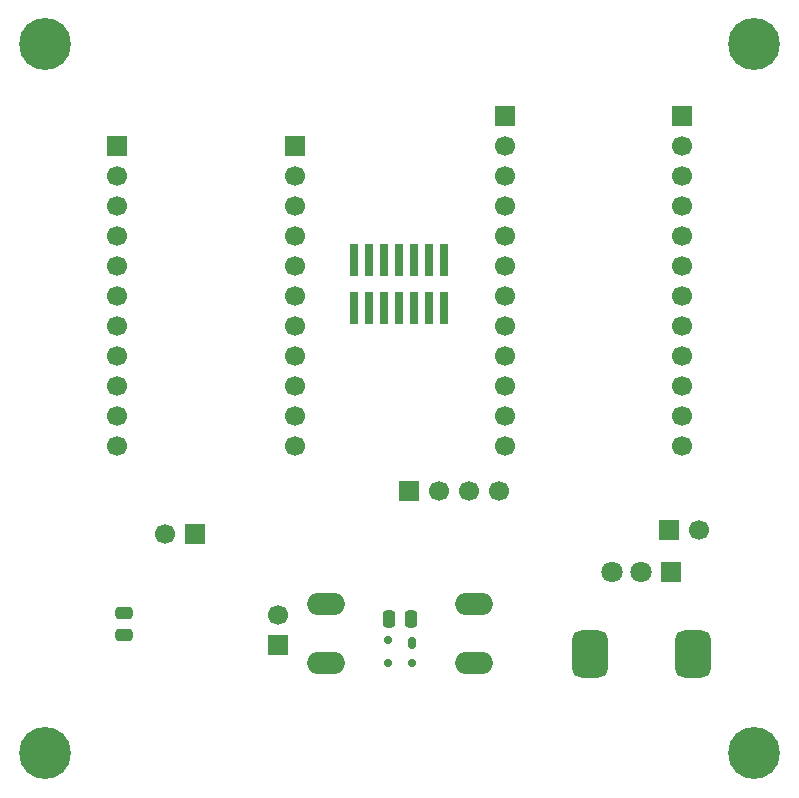
<source format=gbs>
G04 #@! TF.GenerationSoftware,KiCad,Pcbnew,9.0.6*
G04 #@! TF.CreationDate,2025-12-10T15:06:57+01:00*
G04 #@! TF.ProjectId,floppyv3_expansion,666c6f70-7079-4763-935f-657870616e73,rev?*
G04 #@! TF.SameCoordinates,Original*
G04 #@! TF.FileFunction,Soldermask,Bot*
G04 #@! TF.FilePolarity,Negative*
%FSLAX46Y46*%
G04 Gerber Fmt 4.6, Leading zero omitted, Abs format (unit mm)*
G04 Created by KiCad (PCBNEW 9.0.6) date 2025-12-10 15:06:57*
%MOMM*%
%LPD*%
G01*
G04 APERTURE LIST*
G04 Aperture macros list*
%AMRoundRect*
0 Rectangle with rounded corners*
0 $1 Rounding radius*
0 $2 $3 $4 $5 $6 $7 $8 $9 X,Y pos of 4 corners*
0 Add a 4 corners polygon primitive as box body*
4,1,4,$2,$3,$4,$5,$6,$7,$8,$9,$2,$3,0*
0 Add four circle primitives for the rounded corners*
1,1,$1+$1,$2,$3*
1,1,$1+$1,$4,$5*
1,1,$1+$1,$6,$7*
1,1,$1+$1,$8,$9*
0 Add four rect primitives between the rounded corners*
20,1,$1+$1,$2,$3,$4,$5,0*
20,1,$1+$1,$4,$5,$6,$7,0*
20,1,$1+$1,$6,$7,$8,$9,0*
20,1,$1+$1,$8,$9,$2,$3,0*%
G04 Aperture macros list end*
%ADD10O,3.200000X1.900000*%
%ADD11R,1.800000X1.800000*%
%ADD12C,1.800000*%
%ADD13RoundRect,0.750000X-0.750000X1.250000X-0.750000X-1.250000X0.750000X-1.250000X0.750000X1.250000X0*%
%ADD14C,0.700000*%
%ADD15C,4.400000*%
%ADD16R,1.700000X1.700000*%
%ADD17C,1.700000*%
%ADD18RoundRect,0.175000X0.175000X0.325000X-0.175000X0.325000X-0.175000X-0.325000X0.175000X-0.325000X0*%
%ADD19RoundRect,0.150000X0.200000X0.150000X-0.200000X0.150000X-0.200000X-0.150000X0.200000X-0.150000X0*%
%ADD20RoundRect,0.250000X0.475000X-0.250000X0.475000X0.250000X-0.475000X0.250000X-0.475000X-0.250000X0*%
%ADD21RoundRect,0.250000X-0.250000X-0.475000X0.250000X-0.475000X0.250000X0.475000X-0.250000X0.475000X0*%
%ADD22R,0.740000X2.790000*%
G04 APERTURE END LIST*
D10*
G04 #@! TO.C,SW1*
X108902500Y-116260000D03*
X121402500Y-116260000D03*
X108902500Y-121260000D03*
X121402500Y-121260000D03*
G04 #@! TD*
D11*
G04 #@! TO.C,RV1*
X138100000Y-113550000D03*
D12*
X135600000Y-113550000D03*
X133100000Y-113550000D03*
D13*
X140000000Y-120550000D03*
X131200000Y-120550000D03*
G04 #@! TD*
D14*
G04 #@! TO.C,H1*
X83464200Y-68914200D03*
X83947474Y-67747474D03*
X83947474Y-70080926D03*
X85114200Y-67264200D03*
D15*
X85114200Y-68914200D03*
D14*
X85114200Y-70564200D03*
X86280926Y-67747474D03*
X86280926Y-70080926D03*
X86764200Y-68914200D03*
G04 #@! TD*
D16*
G04 #@! TO.C,JP2*
X104800000Y-119800000D03*
D17*
X104800000Y-117260000D03*
G04 #@! TD*
D16*
G04 #@! TO.C,JP3*
X97780000Y-110400000D03*
D17*
X95240000Y-110400000D03*
G04 #@! TD*
D16*
G04 #@! TO.C,J5*
X139008414Y-75016440D03*
D17*
X139008414Y-77556440D03*
X139008414Y-80096440D03*
X139008414Y-82636440D03*
X139008414Y-85176440D03*
X139008414Y-87716440D03*
X139008414Y-90256440D03*
X139008414Y-92796440D03*
X139008414Y-95336440D03*
X139008414Y-97876440D03*
X139008414Y-100416440D03*
X139008414Y-102956440D03*
G04 #@! TD*
D16*
G04 #@! TO.C,J1*
X91228414Y-77556440D03*
D17*
X91228414Y-80096440D03*
X91228414Y-82636440D03*
X91228414Y-85176440D03*
X91228414Y-87716440D03*
X91228414Y-90256440D03*
X91228414Y-92796440D03*
X91228414Y-95336440D03*
X91228414Y-97876440D03*
X91228414Y-100416440D03*
X91228414Y-102956440D03*
G04 #@! TD*
D16*
G04 #@! TO.C,J3*
X115888414Y-106701440D03*
D17*
X118428414Y-106701440D03*
X120968414Y-106701440D03*
X123508414Y-106701440D03*
G04 #@! TD*
D14*
G04 #@! TO.C,H3*
X143464200Y-128914278D03*
X143947474Y-127747552D03*
X143947474Y-130081004D03*
X145114200Y-127264278D03*
D15*
X145114200Y-128914278D03*
D14*
X145114200Y-130564278D03*
X146280926Y-127747552D03*
X146280926Y-130081004D03*
X146764200Y-128914278D03*
G04 #@! TD*
D16*
G04 #@! TO.C,J4*
X124008414Y-75016440D03*
D17*
X124008414Y-77556440D03*
X124008414Y-80096440D03*
X124008414Y-82636440D03*
X124008414Y-85176440D03*
X124008414Y-87716440D03*
X124008414Y-90256440D03*
X124008414Y-92796440D03*
X124008414Y-95336440D03*
X124008414Y-97876440D03*
X124008414Y-100416440D03*
X124008414Y-102956440D03*
G04 #@! TD*
D14*
G04 #@! TO.C,H4*
X83449986Y-128899964D03*
X83933260Y-127733238D03*
X83933260Y-130066690D03*
X85099986Y-127249964D03*
D15*
X85099986Y-128899964D03*
D14*
X85099986Y-130549964D03*
X86266712Y-127733238D03*
X86266712Y-130066690D03*
X86749986Y-128899964D03*
G04 #@! TD*
D16*
G04 #@! TO.C,JP1*
X137925000Y-110000000D03*
D17*
X140465000Y-110000000D03*
G04 #@! TD*
D16*
G04 #@! TO.C,J2*
X106228414Y-77556440D03*
D17*
X106228414Y-80096440D03*
X106228414Y-82636440D03*
X106228414Y-85176440D03*
X106228414Y-87716440D03*
X106228414Y-90256440D03*
X106228414Y-92796440D03*
X106228414Y-95336440D03*
X106228414Y-97876440D03*
X106228414Y-100416440D03*
X106228414Y-102956440D03*
G04 #@! TD*
D14*
G04 #@! TO.C,H2*
X143464200Y-68914200D03*
X143947474Y-67747474D03*
X143947474Y-70080926D03*
X145114200Y-67264200D03*
D15*
X145114200Y-68914200D03*
D14*
X145114200Y-70564200D03*
X146280926Y-67747474D03*
X146280926Y-70080926D03*
X146764200Y-68914200D03*
G04 #@! TD*
D18*
G04 #@! TO.C,U1*
X116130000Y-119560000D03*
D19*
X116130000Y-121260000D03*
X114130000Y-121260000D03*
X114130000Y-119360000D03*
G04 #@! TD*
D20*
G04 #@! TO.C,C2*
X91800000Y-118940000D03*
X91800000Y-117040000D03*
G04 #@! TD*
D21*
G04 #@! TO.C,C1*
X114200000Y-117600000D03*
X116100000Y-117600000D03*
G04 #@! TD*
D22*
G04 #@! TO.C,J6*
X111290000Y-87145000D03*
X111290000Y-91215000D03*
X112560000Y-87145000D03*
X112560000Y-91215000D03*
X113830000Y-87145000D03*
X113830000Y-91215000D03*
X115100000Y-87145000D03*
X115100000Y-91215000D03*
X116370000Y-87145000D03*
X116370000Y-91215000D03*
X117640000Y-87145000D03*
X117640000Y-91215000D03*
X118910000Y-87145000D03*
X118910000Y-91215000D03*
G04 #@! TD*
M02*

</source>
